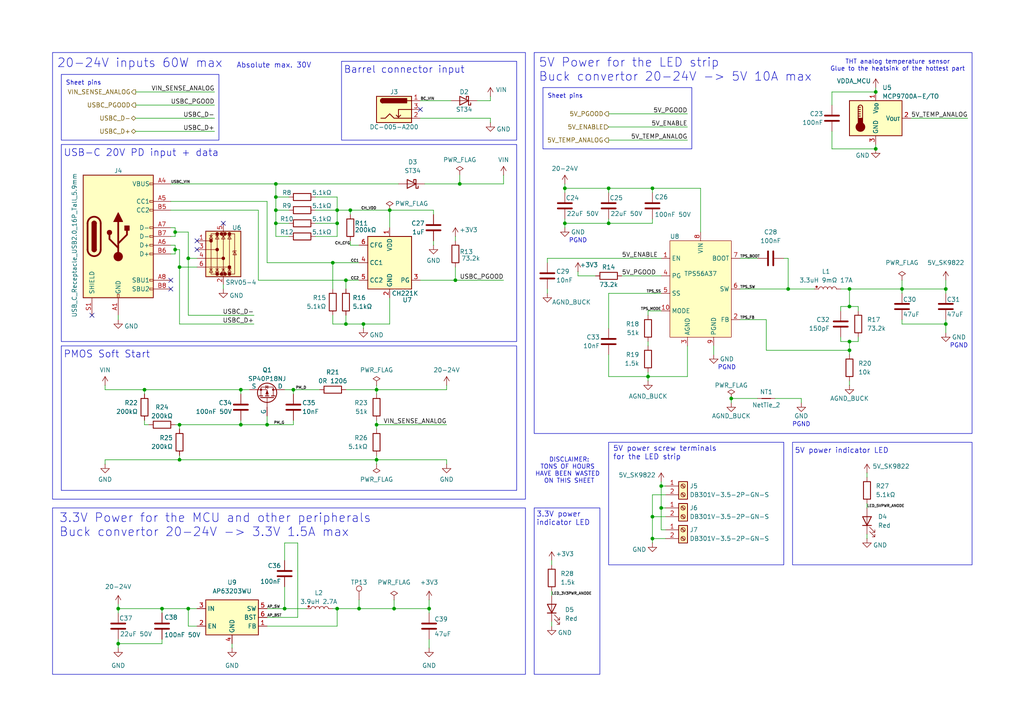
<source format=kicad_sch>
(kicad_sch (version 20250114) (generator "eeschema") (generator_version "9.0")
  (paper "A4")
  (rectangle (start 15.24 15.24) (end 152.4 144.78))
  (rectangle (start 99.06 17.78) (end 149.86 40.64))
  (rectangle (start 229.87 128.27) (end 281.94 163.83))
  (rectangle (start 17.78 41.91) (end 149.86 99.06))
  (rectangle (start 17.78 21.59) (end 63.5 40.64))
  (rectangle (start 15.24 147.32) (end 152.4 195.58))
  (rectangle (start 154.94 15.24) (end 281.94 125.73))
  (rectangle (start 154.94 147.32) (end 173.99 195.58))
  (rectangle (start 17.78 100.33) (end 149.86 142.24))
  (rectangle (start 157.48 25.4) (end 200.66 43.18))
  (rectangle (start 176.53 128.27) (end 227.33 163.83))
  (text "Absolute max. 30V" (at 68.58 19.05 0) (effects (font (size 1.524 1.524)) (justify left)))
  (text "3.3V Power for the MCU and other peripherals\nBuck convertor 20-24V -> 3.3V 1.5A max" (at 17.145 152.4 0) (effects (font (size 2.54 2.54)) (justify left)))
  (text "PGND" (at 278.13 100.33 0) (effects (font (size 1.27 1.27))))
  (text "5V power indicator LED" (at 230.505 130.81 0) (effects (font (size 1.524 1.524)) (justify left)))
  (text "Sheet pins" (at 158.75 27.94 0) (effects (font (size 1.27 1.27)) (justify left)))
  (text "PMOS Soft Start" (at 18.415 102.87 0) (effects (font (size 2.032 2.032)) (justify left)))
  (text "PGND" (at 232.41 123.19 0) (effects (font (size 1.27 1.27))))
  (text "3.3V power \nindicator LED" (at 155.575 150.495 0) (effects (font (size 1.524 1.524)) (justify left)))
  (text "20-24V inputs 60W max" (at 16.51 18.415 0) (effects (font (size 2.54 2.54)) (justify left)))
  (text "Barrel connector input" (at 99.695 20.32 0) (effects (font (size 2.032 2.032)) (justify left)))
  (text "THT analog temperature sensor\nGlue to the heatsink of the hottest part" (at 260.35 19.05 0) (effects (font (size 1.27 1.27))))
  (text "5V Power for the LED strip\nBuck convertor 20-24V -> 5V 10A max" (at 156.21 20.32 0) (effects (font (size 2.54 2.54)) (justify left)))
  (text "PGND" (at 167.64 69.85 0) (effects (font (size 1.27 1.27))))
  (text "Sheet pins" (at 19.05 24.13 0) (effects (font (size 1.27 1.27)) (justify left)))
  (text "USB-C 20V PD input + data" (at 18.415 44.45 0) (effects (font (size 2.032 2.032)) (justify left)))
  (text "DISCLAIMER:\nTONS OF HOURS \nHAVE BEEN WASTED \nON THIS SHEET" (at 165.1 136.525 0) (effects (font (size 1.27 1.27))))
  (text "PGND" (at 210.82 106.68 0) (effects (font (size 1.27 1.27))))
  (text "5V power screw terminals \nfor the LED strip" (at 177.8 131.445 0) (effects (font (size 1.524 1.524)) (justify left)))
  (junction (at 133.35 53.34))
  (junction (at 191.77 147.32))
  (junction (at 97.79 64.77))
  (junction (at 80.01 53.34))
  (junction (at 212.09 115.57))
  (junction (at 189.23 54.61))
  (junction (at 187.96 109.22))
  (junction (at 41.91 113.03))
  (junction (at 109.22 113.03))
  (junction (at 176.53 64.77))
  (junction (at 113.03 60.96))
  (junction (at 124.46 176.53))
  (junction (at 104.14 176.53))
  (junction (at 85.09 113.03))
  (junction (at 80.01 64.77))
  (junction (at 54.61 176.53))
  (junction (at 100.33 93.98))
  (junction (at 82.55 176.53))
  (junction (at 163.83 54.61))
  (junction (at 132.08 81.28))
  (junction (at 274.32 83.82))
  (junction (at 228.6 83.82))
  (junction (at 80.01 60.96))
  (junction (at 274.32 93.98))
  (junction (at 54.61 74.93))
  (junction (at 109.22 123.19))
  (junction (at 246.38 101.6))
  (junction (at 191.77 140.97))
  (junction (at 69.85 113.03))
  (junction (at 254 43.18))
  (junction (at 50.8 67.31))
  (junction (at 34.29 176.53))
  (junction (at 254 26.67))
  (junction (at 46.99 176.53))
  (junction (at 80.01 57.15))
  (junction (at 101.6 60.96))
  (junction (at 246.38 88.9))
  (junction (at 52.07 123.19))
  (junction (at 100.33 81.28))
  (junction (at 163.83 64.77))
  (junction (at 189.23 156.21))
  (junction (at 97.79 60.96))
  (junction (at 246.38 83.82))
  (junction (at 50.8 72.39))
  (junction (at 69.85 123.19))
  (junction (at 96.52 76.2))
  (junction (at 109.22 133.35))
  (junction (at 246.38 99.06))
  (junction (at 176.53 54.61))
  (junction (at 114.3 176.53))
  (junction (at 52.07 77.47))
  (junction (at 97.79 176.53))
  (junction (at 34.29 186.69))
  (junction (at 105.41 93.98))
  (junction (at 52.07 133.35))
  (junction (at 77.47 123.19))
  (junction (at 189.23 149.86))
  (junction (at 261.62 83.82))
  (no_connect (at 57.15 69.85))
  (no_connect (at 26.67 91.44))
  (no_connect (at 49.53 83.82))
  (no_connect (at 121.92 31.75))
  (no_connect (at 64.77 64.77))
  (no_connect (at 57.15 72.39))
  (no_connect (at 49.53 81.28))
  (wire (pts (xy 261.62 83.82) (xy 274.32 83.82)))
  (wire (pts (xy 41.91 113.03) (xy 69.85 113.03)))
  (wire (pts (xy 50.8 72.39) (xy 52.07 72.39)))
  (wire (pts (xy 241.3 38.1) (xy 241.3 43.18)))
  (wire (pts (xy 167.64 80.01) (xy 172.72 80.01)))
  (wire (pts (xy 193.04 143.51) (xy 189.23 143.51)))
  (wire (pts (xy 222.25 92.71) (xy 214.63 92.71)))
  (wire (pts (xy 176.53 64.77) (xy 189.23 64.77)))
  (wire (pts (xy 109.22 113.03) (xy 129.54 113.03)))
  (wire (pts (xy 54.61 176.53) (xy 57.15 176.53)))
  (wire (pts (xy 109.22 133.35) (xy 129.54 133.35)))
  (wire (pts (xy 97.79 176.53) (xy 104.14 176.53)))
  (wire (pts (xy 34.29 91.44) (xy 34.29 92.71)))
  (wire (pts (xy 114.3 176.53) (xy 124.46 176.53)))
  (wire (pts (xy 52.07 77.47) (xy 57.15 77.47)))
  (wire (pts (xy 109.22 132.08) (xy 109.22 133.35)))
  (wire (pts (xy 228.6 83.82) (xy 236.22 83.82)))
  (wire (pts (xy 132.08 68.58) (xy 132.08 69.85)))
  (wire (pts (xy 264.16 34.29) (xy 280.67 34.29)))
  (wire (pts (xy 80.01 53.34) (xy 80.01 57.15)))
  (wire (pts (xy 91.44 60.96) (xy 97.79 60.96)))
  (wire (pts (xy 274.32 81.28) (xy 274.32 83.82)))
  (wire (pts (xy 246.38 88.9) (xy 248.92 88.9)))
  (wire (pts (xy 222.25 101.6) (xy 222.25 92.71)))
  (wire (pts (xy 54.61 181.61) (xy 54.61 176.53)))
  (wire (pts (xy 246.38 99.06) (xy 243.84 99.06)))
  (wire (pts (xy 232.41 115.57) (xy 232.41 116.84)))
  (wire (pts (xy 80.01 64.77) (xy 83.82 64.77)))
  (wire (pts (xy 222.25 101.6) (xy 246.38 101.6)))
  (wire (pts (xy 97.79 57.15) (xy 91.44 57.15)))
  (wire (pts (xy 199.39 109.22) (xy 187.96 109.22)))
  (wire (pts (xy 54.61 67.31) (xy 54.61 74.93)))
  (wire (pts (xy 163.83 64.77) (xy 176.53 64.77)))
  (wire (pts (xy 109.22 133.35) (xy 109.22 134.62)))
  (wire (pts (xy 246.38 83.82) (xy 261.62 83.82)))
  (wire (pts (xy 49.53 60.96) (xy 74.93 60.96)))
  (wire (pts (xy 187.96 90.17) (xy 191.77 90.17)))
  (wire (pts (xy 96.52 76.2) (xy 96.52 83.82)))
  (wire (pts (xy 191.77 153.67) (xy 193.04 153.67)))
  (wire (pts (xy 241.3 26.67) (xy 254 26.67)))
  (wire (pts (xy 104.14 176.53) (xy 114.3 176.53)))
  (wire (pts (xy 50.8 66.04) (xy 50.8 67.31)))
  (wire (pts (xy 176.53 85.09) (xy 191.77 85.09)))
  (wire (pts (xy 158.75 83.82) (xy 158.75 85.09)))
  (wire (pts (xy 261.62 83.82) (xy 261.62 85.09)))
  (wire (pts (xy 46.99 176.53) (xy 46.99 177.8)))
  (wire (pts (xy 86.36 157.48) (xy 86.36 179.07)))
  (wire (pts (xy 191.77 147.32) (xy 193.04 147.32)))
  (wire (pts (xy 52.07 132.08) (xy 52.07 133.35)))
  (wire (pts (xy 52.07 93.98) (xy 73.66 93.98)))
  (wire (pts (xy 146.05 50.8) (xy 146.05 53.34)))
  (wire (pts (xy 39.37 34.29) (xy 62.23 34.29)))
  (wire (pts (xy 243.84 97.79) (xy 243.84 99.06)))
  (wire (pts (xy 97.79 68.58) (xy 97.79 64.77)))
  (wire (pts (xy 39.37 38.1) (xy 62.23 38.1)))
  (wire (pts (xy 91.44 64.77) (xy 97.79 64.77)))
  (wire (pts (xy 191.77 139.7) (xy 191.77 140.97)))
  (wire (pts (xy 104.14 81.28) (xy 100.33 81.28)))
  (wire (pts (xy 246.38 110.49) (xy 246.38 111.76)))
  (wire (pts (xy 189.23 143.51) (xy 189.23 149.86)))
  (wire (pts (xy 109.22 113.03) (xy 109.22 114.3)))
  (wire (pts (xy 80.01 60.96) (xy 83.82 60.96)))
  (wire (pts (xy 82.55 157.48) (xy 82.55 162.56)))
  (wire (pts (xy 224.79 115.57) (xy 232.41 115.57)))
  (wire (pts (xy 69.85 123.19) (xy 77.47 123.19)))
  (wire (pts (xy 82.55 170.18) (xy 82.55 176.53)))
  (wire (pts (xy 176.53 109.22) (xy 187.96 109.22)))
  (wire (pts (xy 50.8 67.31) (xy 50.8 68.58)))
  (wire (pts (xy 187.96 109.22) (xy 187.96 110.49)))
  (wire (pts (xy 97.79 181.61) (xy 77.47 181.61)))
  (wire (pts (xy 121.92 34.29) (xy 142.24 34.29)))
  (wire (pts (xy 80.01 57.15) (xy 83.82 57.15)))
  (wire (pts (xy 212.09 115.57) (xy 219.71 115.57)))
  (wire (pts (xy 199.39 100.33) (xy 199.39 109.22)))
  (wire (pts (xy 214.63 74.93) (xy 219.71 74.93)))
  (wire (pts (xy 187.96 99.06) (xy 187.96 100.33)))
  (wire (pts (xy 113.03 60.96) (xy 113.03 66.04)))
  (wire (pts (xy 248.92 97.79) (xy 248.92 99.06)))
  (wire (pts (xy 69.85 121.92) (xy 69.85 123.19)))
  (wire (pts (xy 49.53 73.66) (xy 50.8 73.66)))
  (wire (pts (xy 34.29 185.42) (xy 34.29 186.69)))
  (wire (pts (xy 101.6 71.12) (xy 104.14 71.12)))
  (wire (pts (xy 57.15 181.61) (xy 54.61 181.61)))
  (wire (pts (xy 96.52 91.44) (xy 96.52 93.98)))
  (wire (pts (xy 52.07 72.39) (xy 52.07 77.47)))
  (wire (pts (xy 189.23 156.21) (xy 189.23 157.48)))
  (wire (pts (xy 77.47 176.53) (xy 82.55 176.53)))
  (wire (pts (xy 243.84 90.17) (xy 243.84 88.9)))
  (wire (pts (xy 207.01 100.33) (xy 207.01 102.87)))
  (wire (pts (xy 132.08 81.28) (xy 146.05 81.28)))
  (wire (pts (xy 189.23 54.61) (xy 189.23 55.88)))
  (wire (pts (xy 160.02 162.56) (xy 160.02 163.83)))
  (wire (pts (xy 248.92 99.06) (xy 246.38 99.06)))
  (wire (pts (xy 104.14 173.99) (xy 104.14 176.53)))
  (wire (pts (xy 34.29 175.26) (xy 34.29 176.53)))
  (wire (pts (xy 212.09 116.84) (xy 212.09 115.57)))
  (wire (pts (xy 187.96 107.95) (xy 187.96 109.22)))
  (wire (pts (xy 39.37 26.67) (xy 62.23 26.67)))
  (wire (pts (xy 74.93 60.96) (xy 74.93 81.28)))
  (wire (pts (xy 30.48 111.76) (xy 30.48 113.03)))
  (wire (pts (xy 163.83 54.61) (xy 176.53 54.61)))
  (wire (pts (xy 113.03 93.98) (xy 113.03 86.36)))
  (wire (pts (xy 129.54 133.35) (xy 129.54 134.62)))
  (wire (pts (xy 246.38 99.06) (xy 246.38 101.6)))
  (wire (pts (xy 191.77 147.32) (xy 191.77 153.67)))
  (wire (pts (xy 30.48 133.35) (xy 52.07 133.35)))
  (wire (pts (xy 191.77 140.97) (xy 191.77 147.32)))
  (wire (pts (xy 67.31 186.69) (xy 67.31 187.96)))
  (wire (pts (xy 254 41.91) (xy 254 43.18)))
  (wire (pts (xy 123.19 53.34) (xy 133.35 53.34)))
  (wire (pts (xy 72.39 113.03) (xy 69.85 113.03)))
  (wire (pts (xy 133.35 50.8) (xy 133.35 53.34)))
  (wire (pts (xy 176.53 33.02) (xy 199.39 33.02)))
  (wire (pts (xy 64.77 82.55) (xy 64.77 83.82)))
  (wire (pts (xy 50.8 123.19) (xy 52.07 123.19)))
  (wire (pts (xy 101.6 60.96) (xy 101.6 62.23)))
  (wire (pts (xy 132.08 77.47) (xy 132.08 81.28)))
  (wire (pts (xy 109.22 123.19) (xy 129.54 123.19)))
  (wire (pts (xy 105.41 93.98) (xy 113.03 93.98)))
  (wire (pts (xy 176.53 40.64) (xy 199.39 40.64)))
  (wire (pts (xy 176.53 54.61) (xy 189.23 54.61)))
  (wire (pts (xy 129.54 111.76) (xy 129.54 113.03)))
  (wire (pts (xy 34.29 186.69) (xy 34.29 187.96)))
  (wire (pts (xy 34.29 177.8) (xy 34.29 176.53)))
  (wire (pts (xy 124.46 185.42) (xy 124.46 187.96)))
  (wire (pts (xy 176.53 54.61) (xy 176.53 55.88)))
  (wire (pts (xy 85.09 113.03) (xy 92.71 113.03)))
  (wire (pts (xy 163.83 64.77) (xy 163.83 66.04)))
  (wire (pts (xy 163.83 63.5) (xy 163.83 64.77)))
  (wire (pts (xy 138.43 29.21) (xy 142.24 29.21)))
  (wire (pts (xy 34.29 176.53) (xy 46.99 176.53)))
  (wire (pts (xy 101.6 60.96) (xy 113.03 60.96)))
  (wire (pts (xy 54.61 74.93) (xy 54.61 91.44)))
  (wire (pts (xy 77.47 179.07) (xy 86.36 179.07)))
  (wire (pts (xy 91.44 68.58) (xy 97.79 68.58)))
  (wire (pts (xy 97.79 60.96) (xy 101.6 60.96)))
  (wire (pts (xy 121.92 29.21) (xy 130.81 29.21)))
  (wire (pts (xy 227.33 74.93) (xy 228.6 74.93)))
  (wire (pts (xy 243.84 83.82) (xy 246.38 83.82)))
  (wire (pts (xy 96.52 176.53) (xy 97.79 176.53)))
  (wire (pts (xy 52.07 123.19) (xy 52.07 124.46)))
  (wire (pts (xy 246.38 101.6) (xy 246.38 102.87)))
  (wire (pts (xy 163.83 53.34) (xy 163.83 54.61)))
  (wire (pts (xy 248.92 88.9) (xy 248.92 90.17)))
  (wire (pts (xy 52.07 77.47) (xy 52.07 93.98)))
  (wire (pts (xy 193.04 140.97) (xy 191.77 140.97)))
  (wire (pts (xy 142.24 29.21) (xy 142.24 27.94)))
  (wire (pts (xy 39.37 30.48) (xy 62.23 30.48)))
  (wire (pts (xy 125.73 69.85) (xy 125.73 71.12)))
  (wire (pts (xy 189.23 156.21) (xy 193.04 156.21)))
  (wire (pts (xy 189.23 63.5) (xy 189.23 64.77)))
  (wire (pts (xy 176.53 63.5) (xy 176.53 64.77)))
  (wire (pts (xy 246.38 83.82) (xy 246.38 88.9)))
  (wire (pts (xy 158.75 74.93) (xy 158.75 76.2)))
  (wire (pts (xy 176.53 102.87) (xy 176.53 109.22)))
  (wire (pts (xy 54.61 74.93) (xy 57.15 74.93)))
  (wire (pts (xy 80.01 68.58) (xy 83.82 68.58)))
  (wire (pts (xy 109.22 121.92) (xy 109.22 123.19)))
  (wire (pts (xy 261.62 92.71) (xy 261.62 93.98)))
  (wire (pts (xy 97.79 64.77) (xy 97.79 60.96)))
  (wire (pts (xy 105.41 93.98) (xy 105.41 95.25)))
  (wire (pts (xy 77.47 76.2) (xy 96.52 76.2)))
  (wire (pts (xy 251.46 137.16) (xy 251.46 138.43)))
  (wire (pts (xy 80.01 60.96) (xy 80.01 64.77)))
  (wire (pts (xy 251.46 146.05) (xy 251.46 147.32)))
  (wire (pts (xy 228.6 83.82) (xy 228.6 74.93)))
  (wire (pts (xy 214.63 83.82) (xy 228.6 83.82)))
  (wire (pts (xy 109.22 111.76) (xy 109.22 113.03)))
  (wire (pts (xy 160.02 171.45) (xy 160.02 172.72)))
  (wire (pts (xy 124.46 173.99) (xy 124.46 176.53)))
  (wire (pts (xy 54.61 91.44) (xy 73.66 91.44)))
  (wire (pts (xy 251.46 154.94) (xy 251.46 156.21)))
  (wire (pts (xy 176.53 36.83) (xy 199.39 36.83)))
  (wire (pts (xy 82.55 157.48) (xy 86.36 157.48)))
  (wire (pts (xy 49.53 66.04) (xy 50.8 66.04)))
  (wire (pts (xy 100.33 113.03) (xy 109.22 113.03)))
  (wire (pts (xy 113.03 60.96) (xy 125.73 60.96)))
  (wire (pts (xy 50.8 67.31) (xy 54.61 67.31)))
  (wire (pts (xy 80.01 64.77) (xy 80.01 68.58)))
  (wire (pts (xy 254 25.4) (xy 254 26.67)))
  (wire (pts (xy 163.83 54.61) (xy 163.83 55.88)))
  (wire (pts (xy 167.64 78.74) (xy 167.64 80.01)))
  (wire (pts (xy 41.91 123.19) (xy 43.18 123.19)))
  (wire (pts (xy 114.3 173.99) (xy 114.3 176.53)))
  (wire (pts (xy 121.92 81.28) (xy 132.08 81.28)))
  (wire (pts (xy 261.62 81.28) (xy 261.62 83.82)))
  (wire (pts (xy 46.99 176.53) (xy 54.61 176.53)))
  (wire (pts (xy 80.01 53.34) (xy 115.57 53.34)))
  (wire (pts (xy 50.8 71.12) (xy 50.8 72.39)))
  (wire (pts (xy 52.07 133.35) (xy 109.22 133.35)))
  (wire (pts (xy 85.09 121.92) (xy 85.09 123.19)))
  (wire (pts (xy 30.48 113.03) (xy 41.91 113.03)))
  (wire (pts (xy 49.53 53.34) (xy 80.01 53.34)))
  (wire (pts (xy 74.93 81.28) (xy 100.33 81.28)))
  (wire (pts (xy 97.79 176.53) (xy 97.79 181.61)))
  (wire (pts (xy 30.48 134.62) (xy 30.48 133.35)))
  (wire (pts (xy 125.73 62.23) (xy 125.73 60.96)))
  (wire (pts (xy 100.33 81.28) (xy 100.33 83.82)))
  (wire (pts (xy 49.53 71.12) (xy 50.8 71.12)))
  (wire (pts (xy 241.3 30.48) (xy 241.3 26.67)))
  (wire (pts (xy 189.23 149.86) (xy 189.23 156.21)))
  (wire (pts (xy 180.34 80.01) (xy 191.77 80.01)))
  (wire (pts (xy 100.33 91.44) (xy 100.33 93.98)))
  (wire (pts (xy 189.23 149.86) (xy 193.04 149.86)))
  (wire (pts (xy 133.35 53.34) (xy 146.05 53.34)))
  (wire (pts (xy 52.07 123.19) (xy 69.85 123.19)))
  (wire (pts (xy 189.23 54.61) (xy 203.2 54.61)))
  (wire (pts (xy 160.02 180.34) (xy 160.02 181.61)))
  (wire (pts (xy 142.24 34.29) (xy 142.24 35.56)))
  (wire (pts (xy 109.22 123.19) (xy 109.22 124.46)))
  (wire (pts (xy 158.75 74.93) (xy 191.77 74.93)))
  (wire (pts (xy 82.55 113.03) (xy 85.09 113.03)))
  (wire (pts (xy 203.2 54.61) (xy 203.2 67.31)))
  (wire (pts (xy 41.91 121.92) (xy 41.91 123.19)))
  (wire (pts (xy 85.09 114.3) (xy 85.09 113.03)))
  (wire (pts (xy 100.33 93.98) (xy 105.41 93.98)))
  (wire (pts (xy 50.8 72.39) (xy 50.8 73.66)))
  (wire (pts (xy 241.3 43.18) (xy 254 43.18)))
  (wire (pts (xy 77.47 120.65) (xy 77.47 123.19)))
  (wire (pts (xy 82.55 176.53) (xy 88.9 176.53)))
  (wire (pts (xy 274.32 92.71) (xy 274.32 93.98)))
  (wire (pts (xy 274.32 83.82) (xy 274.32 85.09)))
  (wire (pts (xy 49.53 58.42) (xy 77.47 58.42)))
  (wire (pts (xy 69.85 113.03) (xy 69.85 114.3)))
  (wire (pts (xy 96.52 93.98) (xy 100.33 93.98)))
  (wire (pts (xy 101.6 69.85) (xy 101.6 71.12)))
  (wire (pts (xy 41.91 113.03) (xy 41.91 114.3)))
  (wire (pts (xy 80.01 57.15) (xy 80.01 60.96)))
  (wire (pts (xy 49.53 68.58) (xy 50.8 68.58)))
  (wire (pts (xy 124.46 176.53) (xy 124.46 177.8)))
  (wire (pts (xy 274.32 93.98) (xy 274.32 96.52)))
  (wire (pts (xy 243.84 88.9) (xy 246.38 88.9)))
  (wire (pts (xy 187.96 91.44) (xy 187.96 90.17)))
  (wire (pts (xy 34.29 186.69) (xy 46.99 186.69)))
  (wire (pts (xy 77.47 123.19) (xy 85.09 123.19)))
  (wire (pts (xy 77.47 58.42) (xy 77.47 76.2)))
  (wire (pts (xy 261.62 93.98) (xy 274.32 93.98)))
  (wire (pts (xy 176.53 95.25) (xy 176.53 85.09)))
  (wire (pts (xy 104.14 76.2) (xy 96.52 76.2)))
  (wire (pts (xy 97.79 60.96) (xy 97.79 57.15)))
  (wire (pts (xy 46.99 185.42) (xy 46.99 186.69)))
  (label "AP_BST" (at 77.47 179.07 0) (effects (font (size 0.762 0.762))))
  (label "5V_ENABLE" (at 180.34 74.93 0))
  (label "USBC_PGOOD" (at 62.23 30.48 180))
  (label "5V_PGOOD" (at 180.34 80.01 0))
  (label "USBC_D-" (at 62.23 34.29 180))
  (label "TPS_SS" (at 191.77 85.09 180) (effects (font (size 0.762 0.762))))
  (label "5V_TEMP_ANALOG" (at 280.67 34.29 180))
  (label "VIN_SENSE_ANALOG" (at 129.54 123.19 180))
  (label "BC_VIN" (at 121.92 29.21 0) (effects (font (size 0.762 0.762))))
  (label "USBC_D+" (at 73.66 93.98 180))
  (label "TPS_SW" (at 214.63 83.82 0) (effects (font (size 0.762 0.762))))
  (label "TPS_MODE" (at 191.77 90.17 180) (effects (font (size 0.762 0.762))))
  (label "CH_VDD" (at 109.22 60.96 180) (effects (font (size 0.762 0.762))))
  (label "5V_PGOOD" (at 199.39 33.02 180))
  (label "AP_SW" (at 77.47 176.53 0) (effects (font (size 0.762 0.762))))
  (label "CC2" (at 104.14 81.28 180) (effects (font (size 0.762 0.762))))
  (label "5V_ENABLE" (at 199.39 36.83 180))
  (label "USBC_D+" (at 62.23 38.1 180))
  (label "LED_5VPWR_ANODE" (at 251.46 147.32 0) (effects (font (size 0.762 0.762))))
  (label "USBC_VIN" (at 49.53 53.34 0) (effects (font (size 0.762 0.762))))
  (label "USBC_PGOOD" (at 146.05 81.28 180))
  (label "LED_3V3PWR_ANODE" (at 160.02 172.72 0) (effects (font (size 0.762 0.762))))
  (label "PM_D" (at 88.9 113.03 180) (effects (font (size 0.762 0.762))))
  (label "USBC_D-" (at 73.66 91.44 180))
  (label "5V_TEMP_ANALOG" (at 199.39 40.64 180))
  (label "PM_G" (at 82.55 123.19 180) (effects (font (size 0.762 0.762))))
  (label "VIN_SENSE_ANALOG" (at 62.23 26.67 180))
  (label "TPS_BOOT" (at 214.63 74.93 0) (effects (font (size 0.762 0.762))))
  (label "CH_CFG" (at 101.6 71.12 180) (effects (font (size 0.762 0.762))))
  (label "TPS_FB" (at 214.63 92.71 0) (effects (font (size 0.762 0.762))))
  (label "CC1" (at 104.14 76.2 180) (effects (font (size 0.762 0.762))))
  (hierarchical_label "USBC_D-" (shape bidirectional) (at 39.37 34.29 180))
  (hierarchical_label "USBC_D+" (shape bidirectional) (at 39.37 38.1 180))
  (hierarchical_label "5V_TEMP_ANALOG" (shape output) (at 176.53 40.64 180))
  (hierarchical_label "5V_ENABLE" (shape input) (at 176.53 36.83 180))
  (hierarchical_label "USBC_PGOOD" (shape output) (at 39.37 30.48 180))
  (hierarchical_label "5V_PGOOD" (shape output) (at 176.53 33.02 180))
  (hierarchical_label "VIN_SENSE_ANALOG" (shape output) (at 39.37 26.67 180))
  (symbol (lib_id "AV_Resistors:0402WGF5101TCE") (at 87.63 57.15 90) (unit 1)
    (property "Reference" "R8" (at 83.185 55.88 90))
    (property "Value" "5.1kΩ" (at 93.345 55.88 90))
    (property "Footprint" "Resistor_SMD:R_0402_1005Metric" (effects (hide yes)))
    (property "Description" "RES 5.1kΩ ±1% 62.5mW 0402" (effects (hide yes)))
    (property "LCSC" "C25905" (effects (hide yes)))
  )
  (symbol (lib_id "AV_Power:VIN") (at 142.24 27.94 0) (unit 1)
    (property "Reference" "#PWR042" (effects (hide yes)))
    (property "Value" "VIN" (at 145.415 26.035 0))
  )
  (symbol (lib_id "AV_Capacitors:CL05B104KB54PNC") (at 189.23 59.69 0) (unit 1)
    (property "Reference" "C26" (at 189.865 57.15 0) (effects (justify left)))
    (property "Value" "100nF 50V" (at 189.865 62.23 0) (effects (justify left)))
    (property "Footprint" "Capacitor_SMD:C_0402_1005Metric" (effects (hide yes)))
    (property "Description" "CAP CER 100nF 50V X7R ±10% 0402" (effects (hide yes)))
    (property "LCSC" "C307331" (effects (hide yes)))
  )
  (symbol (lib_id "power:GND") (at 125.73 71.12 0) (unit 1)
    (property "Reference" "#PWR049" (effects (hide yes)))
    (property "Value" "GND" (at 125.73 75.565 0))
    (property "Description" "Power symbol creates a global label with name \"GND\" , ground" (effects (hide yes)))
  )
  (symbol (lib_id "power:GND") (at 254 43.18 0) (unit 1)
    (property "Reference" "#PWR044" (effects (hide yes)))
    (property "Value" "GND" (at 250.19 45.085 0))
    (property "Description" "Power symbol creates a global label with name \"GND\" , ground" (effects (hide yes)))
  )
  (symbol (lib_id "AV_Capacitors:CL05A105KA5NQNC") (at 125.73 66.04 0) (mirror y) (unit 1)
    (property "Reference" "C27" (at 123.19 64.77 0) (effects (justify left)))
    (property "Value" "1uF" (at 123.19 67.31 0) (effects (justify left)))
    (property "Footprint" "Capacitor_SMD:C_0402_1005Metric" (effects (hide yes)))
    (property "Description" "CAP CER 1uF 25V X5R 0402" (effects (hide yes)))
    (property "LCSC" "C52923" (effects (hide yes)))
  )
  (symbol (lib_id "power:GND") (at 129.54 134.62 0) (unit 1)
    (property "Reference" "#PWR065" (effects (hide yes)))
    (property "Value" "GND" (at 129.54 139.065 0))
    (property "Description" "Power symbol creates a global label with name \"GND\" , ground" (effects (hide yes)))
  )
  (symbol (lib_id "AV_Connectors:DB301V-3.5-2P-GN-S") (at 198.12 153.67 0) (unit 1)
    (property "Reference" "J7" (at 200.025 153.67 0) (effects (justify left)))
    (property "Value" "DB301V-3.5-2P-GN-S" (at 200.025 156.21 0) (effects (justify left)))
    (property "Footprint" "AV_CONNECTORS:TerminalBlock_4Ucon_1x02_P3.50mm_Horizontal" (effects (hide yes)))
    (property "Datasheet" "https://jlcpcb.com/api/file/downloadByFileSystemAccessId/8588892968267104256" (effects (hide yes)))
    (property "Description" "Screw Terminal 2P 3.5mm 300V 7A Green M2 Through Hole -40℃~+105℃ 1x2P 2 Plugin,P=3.5mm Blocks ROHS" (effects (hide yes)))
    (property "LCSC" "C695629" (effects (hide yes)))
  )
  (symbol (lib_id "Device:NetTie_2") (at 222.25 115.57 0) (unit 1) (in_bom no)
    (property "Reference" "NT1" (at 222.25 113.665 0))
    (property "Value" "NetTie_2" (at 222.25 117.475 0))
    (property "Footprint" "NetTie:NetTie-2_SMD_Pad0.5mm" (effects (hide yes)))
    (property "Description" "Net tie, 2 pins" (effects (hide yes)))
  )
  (symbol (lib_id "AV_Power:20-24V") (at 163.83 53.34 0) (unit 1)
    (property "Reference" "#PWR046" (effects (hide yes)))
    (property "Value" "20-24V" (at 163.83 48.895 0))
    (property "Description" "Power symbol creates a global label with name \"+24V\"" (effects (hide yes)))
  )
  (symbol (lib_id "AV_Power:AGND_BUCK") (at 212.09 116.84 0) (unit 1)
    (property "Reference" "#PWR062" (effects (hide yes)))
    (property "Value" "AGND_BUCK" (at 212.09 120.65 0))
    (property "Description" "Power symbol creates a global label with name \"GND\" , ground" (effects (hide yes)))
  )
  (symbol (lib_id "AV_Power:5V_SK9822") (at 274.32 81.28 0) (unit 1)
    (property "Reference" "#PWR051" (effects (hide yes)))
    (property "Value" "5V_SK9822" (at 274.32 76.2 0))
  )
  (symbol (lib_id "AV_Resistors:0402WGF7322TCE") (at 132.08 73.66 0) (mirror x) (unit 1)
    (property "Reference" "R13" (at 135.255 73.025 0))
    (property "Value" "73.2k" (at 136.525 74.93 0))
    (property "Footprint" "Resistor_SMD:R_0402_1005Metric" (effects (hide yes)))
    (property "Description" "RES 73.2kΩ ±1% 62.5mW 0402" (effects (hide yes)))
    (property "LCSC" "C26986" (effects (hide yes)))
  )
  (symbol (lib_id "AV_Resistors:0402WGF5101TCE") (at 87.63 64.77 90) (unit 1)
    (property "Reference" "R10" (at 83.185 63.5 90))
    (property "Value" "5.1kΩ" (at 93.345 63.5 90))
    (property "Footprint" "Resistor_SMD:R_0402_1005Metric" (effects (hide yes)))
    (property "Description" "RES 5.1kΩ ±1% 62.5mW 0402" (effects (hide yes)))
    (property "LCSC" "C25905" (effects (hide yes)))
  )
  (symbol (lib_id "AV_Capacitors:CL05B104KB54PNC") (at 69.85 118.11 0) (unit 1)
    (property "Reference" "C34" (at 67.31 116.84 0) (effects (justify right)))
    (property "Value" "100nF 50V" (at 67.31 119.38 0) (effects (justify right)))
    (property "Footprint" "Capacitor_SMD:C_0402_1005Metric" (effects (hide yes)))
    (property "Description" "CAP CER 100nF 50V X7R ±10% 0402" (effects (hide yes)))
    (property "LCSC" "C307331" (effects (hide yes)))
  )
  (symbol (lib_id "AV_Resistors:0402WGF5101TCE") (at 100.33 87.63 0) (unit 1)
    (property "Reference" "R16" (at 102.235 86.36 0) (effects (justify left)))
    (property "Value" "5.1kΩ" (at 102.235 88.9 0) (effects (justify left)))
    (property "Footprint" "Resistor_SMD:R_0402_1005Metric" (effects (hide yes)))
    (property "Description" "RES 5.1kΩ ±1% 62.5mW 0402" (effects (hide yes)))
    (property "LCSC" "C25905" (effects (hide yes)))
  )
  (symbol (lib_id "power:+3V3") (at 132.08 68.58 0) (mirror y) (unit 1)
    (property "Reference" "#PWR048" (effects (hide yes)))
    (property "Value" "+3V3" (at 135.89 66.675 0))
    (property "Description" "Power symbol creates a global label with name \"+3V3\"" (effects (hide yes)))
  )
  (symbol (lib_id "AV_Resistors:0402WGF5102TCE") (at 187.96 95.25 0) (mirror y) (unit 1)
    (property "Reference" "R18" (at 185.42 93.9799 0) (effects (justify left)))
    (property "Value" "51k" (at 185.42 96.5199 0) (effects (justify left)))
    (property "Footprint" "Resistor_SMD:R_0402_1005Metric" (effects (hide yes)))
    (property "Description" "RES 51kΩ ±1% 62.5mW 0402" (effects (hide yes)))
    (property "LCSC" "C25794" (effects (hide yes)))
  )
  (symbol (lib_id "power:GND") (at 189.23 157.48 0) (unit 1)
    (property "Reference" "#PWR069" (effects (hide yes)))
    (property "Value" "GND" (at 185.42 159.385 0))
    (property "Description" "Power symbol creates a global label with name \"GND\" , ground" (effects (hide yes)))
  )
  (symbol (lib_id "AV_Connectors:DC-005-A200") (at 114.3 31.75 0) (unit 1)
    (property "Reference" "J3" (at 114.3 26.67 0))
    (property "Value" "DC-005-A200" (at 114.3 36.83 0))
    (property "Footprint" "AV_CONNECTORS:BarrelJack_DC-005-A200_Horizontal" (effects (hide yes)))
    (property "Datasheet" "https://jlcpcb.com/api/file/downloadByFileSystemAccessId/8588896245406842880" (effects (hide yes)))
    (property "Description" "DC Barrel Jack with an internal switch. 2mm 30V 3A 6.4mm DC Power Jack" (effects (hide yes)))
    (property "LCSC" "C720557" (effects (hide yes)))
  )
  (symbol (lib_id "AV_Power:20-24V") (at 34.29 175.26 0) (unit 1)
    (property "Reference" "#PWR072" (effects (hide yes)))
    (property "Value" "20-24V" (at 34.29 170.18 0))
    (property "Description" "Power symbol creates a global label with name \"+24V\"" (effects (hide yes)))
  )
  (symbol (lib_id "power:GND") (at 124.46 187.96 0) (unit 1)
    (property "Reference" "#PWR076" (effects (hide yes)))
    (property "Value" "GND" (at 124.46 193.04 0))
    (property "Description" "Power symbol creates a global label with name \"GND\" , ground" (effects (hide yes)))
  )
  (symbol (lib_id "AV_Power:VDDA_MCU") (at 254 25.4 0) (unit 1)
    (property "Reference" "#PWR041" (effects (hide yes)))
    (property "Value" "VDDA_MCU" (at 247.65 23.495 0))
  )
  (symbol (lib_id "power:PWR_FLAG") (at 133.35 50.8 0) (unit 1)
    (property "Reference" "#FLG03" (effects (hide yes)))
    (property "Value" "PWR_FLAG" (at 133.35 46.355 0))
    (property "Description" "Special symbol for telling ERC where power comes from" (effects (hide yes)))
  )
  (symbol (lib_id "AV_Power:20-24V") (at 129.54 111.76 0) (unit 1)
    (property "Reference" "#PWR060" (effects (hide yes)))
    (property "Value" "20-24V" (at 129.54 107.315 0))
    (property "Description" "Power symbol creates a global label with name \"+24V\"" (effects (hide yes)))
  )
  (symbol (lib_id "AV_Resistors:0402WGF5101TCE") (at 251.46 142.24 0) (unit 1)
    (property "Reference" "R27" (at 254 140.9699 0) (effects (justify left)))
    (property "Value" "5.1kΩ" (at 254 143.5099 0) (effects (justify left)))
    (property "Footprint" "Resistor_SMD:R_0402_1005Metric" (effects (hide yes)))
    (property "Description" "RES 5.1kΩ ±1% 62.5mW 0402" (effects (hide yes)))
    (property "LCSC" "C25905" (effects (hide yes)))
  )
  (symbol (lib_id "AV_Capacitors:CL05B104KO5NNNC") (at 82.55 166.37 0) (mirror y) (unit 1)
    (property "Reference" "C36" (at 81.534 164.084 0) (effects (justify left)))
    (property "Value" "100nF" (at 81.534 168.656 0) (effects (justify left)))
    (property "Footprint" "Capacitor_SMD:C_0402_1005Metric" (effects (hide yes)))
    (property "Description" "CAP CER 100nF 16V X7R 0402" (effects (hide yes)))
    (property "LCSC" "C1525" (effects (hide yes)))
  )
  (symbol (lib_id "AV_Resistors:0402WGF7322TCE") (at 176.53 80.01 90) (unit 1)
    (property "Reference" "R14" (at 176.53 77.47 90))
    (property "Value" "73.2k" (at 176.53 82.55 90))
    (property "Footprint" "Resistor_SMD:R_0402_1005Metric" (effects (hide yes)))
    (property "Description" "RES 73.2kΩ ±1% 62.5mW 0402" (effects (hide yes)))
    (property "LCSC" "C26986" (effects (hide yes)))
  )
  (symbol (lib_id "power:PWR_FLAG") (at 109.22 111.76 0) (unit 1)
    (property "Reference" "#FLG06" (effects (hide yes)))
    (property "Value" "PWR_FLAG" (at 109.22 107.315 0))
    (property "Description" "Special symbol for telling ERC where power comes from" (effects (hide yes)))
  )
  (symbol (lib_id "AV_Resistors:0402WGF5101TCE") (at 96.52 87.63 0) (mirror y) (unit 1)
    (property "Reference" "R15" (at 94.615 86.36 0) (effects (justify left)))
    (property "Value" "5.1kΩ" (at 94.615 88.9 0) (effects (justify left)))
    (property "Footprint" "Resistor_SMD:R_0402_1005Metric" (effects (hide yes)))
    (property "Description" "RES 5.1kΩ ±1% 62.5mW 0402" (effects (hide yes)))
    (property "LCSC" "C25905" (effects (hide yes)))
  )
  (symbol (lib_id "AV_Capacitors:CL05B104KO5NNNC") (at 223.52 74.93 90) (unit 1)
    (property "Reference" "C28" (at 223.52 67.31 90))
    (property "Value" "100nF" (at 223.52 69.85 90))
    (property "Footprint" "Capacitor_SMD:C_0402_1005Metric" (effects (hide yes)))
    (property "Description" "CAP CER 100nF 16V X7R 0402" (effects (hide yes)))
    (property "LCSC" "C1525" (effects (hide yes)))
  )
  (symbol (lib_id "AV_Resistors:0402WGF7322TCE") (at 248.92 93.98 0) (unit 1)
    (property "Reference" "R17" (at 251.46 92.7099 0) (effects (justify left)))
    (property "Value" "73.2k" (at 251.46 95.2499 0) (effects (justify left)))
    (property "Footprint" "Resistor_SMD:R_0402_1005Metric" (effects (hide yes)))
    (property "Description" "RES 73.2kΩ ±1% 62.5mW 0402" (effects (hide yes)))
    (property "LCSC" "C26986" (effects (hide yes)))
  )
  (symbol (lib_id "power:GND") (at 34.29 92.71 0) (unit 1)
    (property "Reference" "#PWR054" (effects (hide yes)))
    (property "Value" "GND" (at 38.1 94.615 0))
    (property "Description" "Power symbol creates a global label with name \"GND\" , ground" (effects (hide yes)))
  )
  (symbol (lib_id "AV_Diodes:KT-0603R") (at 251.46 151.13 90) (unit 1)
    (property "Reference" "D4" (at 254.635 149.86 90) (effects (justify right)))
    (property "Value" "Red" (at 254.635 152.4 90) (effects (justify right)))
    (property "Footprint" "LED_SMD:LED_0603_1608Metric" (effects (hide yes)))
    (property "Description" "LED RED 0603 20mA 2.3V" (effects (hide yes)))
    (property "Sim.Pins" "1=K 2=A" (effects (hide yes)))
    (property "LCSC" "C2286" (effects (hide yes)))
  )
  (symbol (lib_id "power:PWR_FLAG") (at 109.22 134.62 180) (unit 1)
    (property "Reference" "#FLG08" (effects (hide yes)))
    (property "Value" "PWR_FLAG" (at 109.22 139.065 0))
    (property "Description" "Special symbol for telling ERC where power comes from" (effects (hide yes)))
  )
  (symbol (lib_id "AV_Capacitors:CS3225X7R476K100NRL") (at 124.46 181.61 0) (unit 1)
    (property "Reference" "C39" (at 125.984 179.578 0) (effects (justify left)))
    (property "Value" "47uF" (at 125.984 183.896 0) (effects (justify left)))
    (property "Footprint" "Capacitor_SMD:C_1210_3225Metric" (effects (hide yes)))
    (property "Description" "CAP CER 47uF 10V X7R ±10% 1210" (effects (hide yes)))
    (property "LCSC" "C5189825" (effects (hide yes)))
  )
  (symbol (lib_id "AV_Power:AGND_BUCK") (at 158.75 85.09 0) (unit 1)
    (property "Reference" "#PWR053" (effects (hide yes)))
    (property "Value" "AGND_BUCK" (at 165.735 87.63 0))
    (property "Description" "Power symbol creates a global label with name \"GND\" , ground" (effects (hide yes)))
  )
  (symbol (lib_id "AV_Power:VIN") (at 30.48 111.76 0) (unit 1)
    (property "Reference" "#PWR059" (effects (hide yes)))
    (property "Value" "VIN" (at 30.48 107.315 0))
  )
  (symbol (lib_id "power:GND") (at 274.32 96.52 0) (unit 1)
    (property "Reference" "#PWR056" (effects (hide yes)))
    (property "Value" "GND" (at 278.13 97.79 0))
    (property "Description" "Power symbol creates a global label with name \"GND\" , ground" (effects (hide yes)))
  )
  (symbol (lib_id "AV_PowerRegulation:AP63203WU") (at 67.31 179.07 0) (unit 1)
    (property "Reference" "U9" (at 67.31 168.91 0))
    (property "Value" "AP63203WU" (at 67.31 171.45 0))
    (property "Footprint" "Package_TO_SOT_SMD:TSOT-23-6" (effects (hide yes)))
    (property "Datasheet" "https://www.diodes.com/assets/Datasheets/AP63200-AP63201-AP63203-AP63205.pdf" (effects (hide yes)))
    (property "Description" "2A, 1.1MHz Buck DC/DC Converter, fixed 3.3V output voltage, 32 max input voltage" (effects (hide yes)))
    (property "LCSC" "C780769" (effects (hide yes)))
  )
  (symbol (lib_id "power:GND") (at 163.83 66.04 0) (unit 1)
    (property "Reference" "#PWR047" (effects (hide yes)))
    (property "Value" "GND" (at 167.64 67.31 0))
    (property "Description" "Power symbol creates a global label with name \"GND\" , ground" (effects (hide yes)))
  )
  (symbol (lib_id "power:GND") (at 64.77 83.82 0) (unit 1)
    (property "Reference" "#PWR052" (effects (hide yes)))
    (property "Value" "GND" (at 68.58 85.725 0))
    (property "Description" "Power symbol creates a global label with name \"GND\" , ground" (effects (hide yes)))
  )
  (symbol (lib_id "AV_Resistors:0402WGF2003TCE") (at 101.6 66.04 0) (unit 1)
    (property "Reference" "R11" (at 102.87 64.77 0) (effects (justify left)))
    (property "Value" "200kΩ" (at 102.87 66.675 0) (effects (justify left)))
    (property "Footprint" "Resistor_SMD:R_0402_1005Metric" (effects (hide yes)))
    (property "Description" "RES 200kΩ ±1% 62.5mW 0402" (effects (hide yes)))
    (property "LCSC" "C25764" (effects (hide yes)))
  )
  (symbol (lib_id "AV_Power:VIN") (at 146.05 50.8 0) (unit 1)
    (property "Reference" "#PWR045" (effects (hide yes)))
    (property "Value" "VIN" (at 146.05 46.355 0))
  )
  (symbol (lib_id "AV_Resistors:0402WGF2003TCE") (at 46.99 123.19 90) (unit 1)
    (property "Reference" "R24" (at 46.99 118.11 90))
    (property "Value" "200kΩ" (at 46.99 120.65 90))
    (property "Footprint" "Resistor_SMD:R_0402_1005Metric" (effects (hide yes)))
    (property "Description" "RES 200kΩ ±1% 62.5mW 0402" (effects (hide yes)))
    (property "LCSC" "C25764" (effects (hide yes)))
  )
  (symbol (lib_id "power:+3V3") (at 167.64 78.74 0) (unit 1)
    (property "Reference" "#PWR050" (effects (hide yes)))
    (property "Value" "+3V3" (at 170.815 76.835 0))
    (property "Description" "Power symbol creates a global label with name \"+3V3\"" (effects (hide yes)))
  )
  (symbol (lib_id "AV_Power:AGND_BUCK") (at 246.38 111.76 0) (unit 1)
    (property "Reference" "#PWR061" (effects (hide yes)))
    (property "Value" "AGND_BUCK" (at 246.38 115.57 0))
    (property "Description" "Power symbol creates a global label with name \"GND\" , ground" (effects (hide yes)))
  )
  (symbol (lib_id "power:GND") (at 142.24 35.56 0) (unit 1)
    (property "Reference" "#PWR043" (effects (hide yes)))
    (property "Value" "GND" (at 146.05 37.465 0))
    (property "Description" "Power symbol creates a global label with name \"GND\" , ground" (effects (hide yes)))
  )
  (symbol (lib_id "power:GND") (at 207.01 102.87 0) (unit 1)
    (property "Reference" "#PWR057" (effects (hide yes)))
    (property "Value" "GND" (at 210.82 104.14 0))
    (property "Description" "Power symbol creates a global label with name \"GND\" , ground" (effects (hide yes)))
  )
  (symbol (lib_id "power:GND") (at 34.29 187.96 0) (unit 1)
    (property "Reference" "#PWR074" (effects (hide yes)))
    (property "Value" "GND" (at 34.29 193.04 0))
    (property "Description" "Power symbol creates a global label with name \"GND\" , ground" (effects (hide yes)))
  )
  (symbol (lib_id "power:GND") (at 251.46 156.21 0) (unit 1)
    (property "Reference" "#PWR068" (effects (hide yes)))
    (property "Value" "GND" (at 255.27 158.115 0))
    (property "Description" "Power symbol creates a global label with name \"GND\" , ground" (effects (hide yes)))
  )
  (symbol (lib_id "AV_Capacitors:FS43X226K500ERG") (at 34.29 181.61 0) (unit 1)
    (property "Reference" "C37" (at 34.544 179.324 0) (effects (justify left)))
    (property "Value" "22uF 50V" (at 34.798 183.896 0) (effects (justify left)))
    (property "Footprint" "Capacitor_SMD:C_1812_4532Metric" (effects (hide yes)))
    (property "Description" "CAP CER 22uF 50V X7R ±10% 1812" (effects (hide yes)))
    (property "LCSC" "C22388553" (effects (hide yes)))
  )
  (symbol (lib_id "AV_Diodes:SRV05-4") (at 64.77 72.39 0) (unit 1)
    (property "Reference" "U6" (at 67.31 66.04 0) (effects (justify left)))
    (property "Value" "SRV05-4" (at 65.405 81.915 0) (effects (justify left)))
    (property "Footprint" "Package_TO_SOT_SMD:SOT-23-6" (effects (hide yes)))
    (property "Datasheet" "https://jlcpcb.com/api/file/downloadByFileSystemAccessId/8590905124175241216" (effects (hide yes)))
    (property "Description" "Very low capacitance ESD protection diode, 4 data-line, SOT-23-6" (effects (hide yes)))
    (property "LCSC" "C7420376" (effects (hide yes)))
  )
  (symbol (lib_id "AV_Inductors:MDA1050-3R3M") (at 238.76 83.82 0) (unit 1)
    (property "Reference" "L1" (at 239.5899 78.74 0))
    (property "Value" "3.3uH 9mΩ 17A" (at 239.5899 81.28 0))
    (property "Footprint" "AV_INDUCTORS:MDA1050-3R3M" (effects (hide yes)))
    (property "Datasheet" "https://jlcpcb.com/api/file/downloadByFileSystemAccessId/8588919870612787200" (effects (hide yes)))
    (property "Description" "17A 3.3uH ±20% 17.5A 8.1mΩ-9.1mΩ SMD,11x10mm Fixed Inductors RoHS" (effects (hide yes)))
    (property "LCSC" "C2847560" (effects (hide yes)))
  )
  (symbol (lib_id "AV_Resistors:1206W4F0000T5E") (at 96.52 113.03 90) (unit 1)
    (property "Reference" "R21" (at 96.52 107.95 90))
    (property "Value" "0R 1206" (at 96.52 110.49 90))
    (property "Footprint" "Resistor_SMD:R_1206_3216Metric_Pad1.30x1.75mm_HandSolder" (effects (hide yes)))
    (property "Description" "RES 0Ω ±1% 0Ω 200V 250mW 1206" (effects (hide yes)))
    (property "LCSC" "C17888" (effects (hide yes)))
  )
  (symbol (lib_id "power:PWR_FLAG") (at 113.03 60.96 0) (unit 1)
    (property "Reference" "#FLG04" (effects (hide yes)))
    (property "Value" "PWR_FLAG" (at 119.38 59.055 0))
    (property "Description" "Special symbol for telling ERC where power comes from" (effects (hide yes)))
  )
  (symbol (lib_id "power:GND") (at 30.48 134.62 0) (unit 1)
    (property "Reference" "#PWR064" (effects (hide yes)))
    (property "Value" "GND" (at 30.48 139.065 0))
    (property "Description" "Power symbol creates a global label with name \"GND\" , ground" (effects (hide yes)))
  )
  (symbol (lib_id "AV_Resistors:0402WGF5101TCE") (at 87.63 60.96 90) (unit 1)
    (property "Reference" "R9" (at 83.185 59.69 90))
    (property "Value" "5.1kΩ" (at 93.345 59.69 90))
    (property "Footprint" "Resistor_SMD:R_0402_1005Metric" (effects (hide yes)))
    (property "Description" "RES 5.1kΩ ±1% 62.5mW 0402" (effects (hide yes)))
    (property "LCSC" "C25905" (effects (hide yes)))
  )
  (symbol (lib_id "AV_Capacitors:CL05B103KB5NNNC") (at 176.53 99.06 0) (mirror y) (unit 1)
    (property "Reference" "C33" (at 173.99 97.79 0) (effects (justify left)))
    (property "Value" "10nF" (at 173.99 100.33 0) (effects (justify left)))
    (property "Footprint" "Capacitor_SMD:C_0402_1005Metric" (effects (hide yes)))
    (property "Description" "CAP CER 10nF 50V X7R 0402" (effects (hide yes)))
    (property "LCSC" "C15195" (effects (hide yes)))
  )
  (symbol (lib_id "AV_Diodes:ST34") (at 134.62 29.21 180) (unit 1)
    (property "Reference" "D2" (at 134.62 26.67 0))
    (property "Value" "ST34" (at 134.62 31.75 0))
    (property "Footprint" "Diode_SMD:D_SMA" (effects (hide yes)))
    (property "Datasheet" "https://jlcpcb.com/api/file/downloadByFileSystemAccessId/8588885207445884928" (effects (hide yes)))
    (property "Description" "Schottky diode 3A 40V 410mV@3A 100uA@40V" (effects (hide yes)))
    (property "LCSC" "C413996" (effects (hide yes)))
  )
  (symbol (lib_id "power:+3V3") (at 124.46 173.99 0) (unit 1)
    (property "Reference" "#PWR071" (effects (hide yes)))
    (property "Value" "+3V3" (at 124.46 168.91 0))
    (property "Description" "Power symbol creates a global label with name \"+3V3\"" (effects (hide yes)))
  )
  (symbol (lib_id "AV_Capacitors:CL05B104KB54PNC") (at 46.99 181.61 0) (unit 1)
    (property "Reference" "C38" (at 47.625 179.07 0) (effects (justify left)))
    (property "Value" "100nF 50V" (at 47.625 184.15 0) (effects (justify left)))
    (property "Footprint" "Capacitor_SMD:C_0402_1005Metric" (effects (hide yes)))
    (property "Description" "CAP CER 100nF 50V X7R ±10% 0402" (effects (hide yes)))
    (property "LCSC" "C307331" (effects (hide yes)))
  )
  (symbol (lib_id "AV_Capacitors:0603B151K500NT") (at 243.84 93.98 0) (mirror y) (unit 1)
    (property "Reference" "C32" (at 240.665 92.71 0) (effects (justify left)))
    (property "Value" "150pF" (at 240.665 95.25 0) (effects (justify left)))
    (property "Footprint" "Capacitor_SMD:C_0402_1005Metric" (effects (hide yes)))
    (property "Description" "CAP CER 150pF 50V C0G ±5% 0402" (effects (hide yes)))
    (property "LCSC" "C20069327" (effects (hide yes)))
  )
  (symbol (lib_id "AV_Inductors:FNR5020S3R9NT") (at 91.44 176.53 0) (unit 1)
    (property "Reference" "L2" (at 92.456 171.958 0))
    (property "Value" "3.9uH 2.7A" (at 92.456 174.498 0))
    (property "Footprint" "Inductor_SMD:L_APV_ANR5020" (effects (hide yes)))
    (property "Datasheet" "https://jlcpcb.com/api/file/downloadByFileSystemAccessId/8588900860952776704" (effects (hide yes)))
    (property "Description" "FIXED IND 3.9uH 2.7A 56mΩ SMD 5x5mm" (effects (hide yes)))
    (property "LCSC" "C167928" (effects (hide yes)))
  )
  (symbol (lib_id "AV_Capacitors:FS43X226K500ERG") (at 163.83 59.69 0) (unit 1)
    (property "Reference" "C24" (at 164.084 57.404 0) (effects (justify left)))
    (property "Value" "22uF 50V" (at 164.338 61.976 0) (effects (justify left)))
    (property "Footprint" "Capacitor_SMD:C_1812_4532Metric" (effects (hide yes)))
    (property "Description" "CAP CER 22uF 50V X7R ±10% 1812" (effects (hide yes)))
    (property "LCSC" "C22388553" (effects (hide yes)))
  )
  (symbol (lib_id "AV_Resistors:0402WGF5101TCE") (at 109.22 128.27 0) (mirror y) (unit 1)
    (property "Reference" "R26" (at 106.68 126.9999 0) (effects (justify left)))
    (property "Value" "5.1kΩ" (at 106.68 129.5399 0) (effects (justify left)))
    (property "Footprint" "Resistor_SMD:R_0402_1005Metric" (effects (hide yes)))
    (property "Description" "RES 5.1kΩ ±1% 62.5mW 0402" (effects (hide yes)))
    (property "LCSC" "C25905" (effects (hide yes)))
  )
  (symbol (lib_id "AV_PowerRegulation:TPS56A37RPAR") (at 203.2 83.82 0) (unit 1)
    (property "Reference" "U8" (at 194.31 68.58 0) (effects (justify left)))
    (property "Value" "TPS56A37" (at 203.2 79.375 0))
    (property "Footprint" "AV_POWERREGULATION:TPS56A37_10-pin_3x3mm_HotRod_QFN" (effects (hide yes)))
    (property "Datasheet" "https://www.ti.com/lit/ds/symlink/tps56a37.pdf" (effects (hide yes)))
    (property "Description" "4.5V to 28V Input, 10A, Synchronous Buck Converter" (effects (hide yes)))
    (property "LCSC" "C22392669" (effects (hide yes)))
  )
  (symbol (lib_id "power:PWR_FLAG") (at 212.09 115.57 0) (unit 1)
    (property "Reference" "#FLG07" (effects (hide yes)))
    (property "Value" "PWR_FLAG" (at 212.09 111.76 0))
    (property "Description" "Special symbol for telling ERC where power comes from" (effects (hide yes)))
  )
  (symbol (lib_id "AV_Resistors:0402WGF1501TCE") (at 187.96 104.14 0) (mirror y) (unit 1)
    (property "Reference" "R19" (at 185.42 102.8699 0) (effects (justify left)))
    (property "Value" "1.5k" (at 185.42 105.4099 0) (effects (justify left)))
    (property "Footprint" "Resistor_SMD:R_0402_1005Metric" (effects (hide yes)))
    (property "Description" "RES 1.5kΩ ±1% 62.5mW 0402" (effects (hide yes)))
    (property "LCSC" "C25867" (effects (hide yes)))
  )
  (symbol (lib_id "power:GND") (at 232.41 116.84 0) (unit 1)
    (property "Reference" "#PWR063" (effects (hide yes)))
    (property "Value" "GND" (at 232.41 120.65 0))
    (property "Description" "Power symbol creates a global label with name \"GND\" , ground" (effects (hide yes)))
  )
  (symbol (lib_id "power:PWR_FLAG") (at 261.62 81.28 0) (unit 1)
    (property "Reference" "#FLG05" (effects (hide yes)))
    (property "Value" "PWR_FLAG" (at 261.62 76.2 0))
    (property "Description" "Special symbol for telling ERC where power comes from" (effects (hide yes)))
  )
  (symbol (lib_id "AV_Capacitors:CS3225X7R476K100NRL") (at 261.62 88.9 0) (unit 1)
    (property "Reference" "C30" (at 261.874 86.868 0) (effects (justify left)))
    (property "Value" "47uF" (at 261.874 91.186 0) (effects (justify left)))
    (property "Footprint" "Capacitor_SMD:C_1210_3225Metric" (effects (hide yes)))
    (property "Description" "CAP CER 47uF 10V X7R ±10% 1210" (effects (hide yes)))
    (property "LCSC" "C5189825" (effects (hide yes)))
  )
  (symbol (lib_id "AV_Capacitors:CL05B103KB5NNNC") (at 85.09 118.11 0) (unit 1)
    (property "Reference" "C35" (at 87.63 116.84 0) (effects (justify left)))
    (property "Value" "10nF" (at 87.63 119.38 0) (effects (justify left)))
    (property "Footprint" "Capacitor_SMD:C_0402_1005Metric" (effects (hide yes)))
    (property "Description" "CAP CER 10nF 50V X7R 0402" (effects (hide yes)))
    (property "LCSC" "C15195" (effects (hide yes)))
  )
  (symbol (lib_id "power:GND") (at 160.02 181.61 0) (unit 1)
    (property "Reference" "#PWR073" (effects (hide yes)))
    (property "Value" "GND" (at 163.83 183.515 0))
    (property "Description" "Power symbol creates a global label with name \"GND\" , ground" (effects (hide yes)))
  )
  (symbol (lib_id "power:GND") (at 105.41 95.25 0) (unit 1)
    (property "Reference" "#PWR055" (effects (hide yes)))
    (property "Value" "GND" (at 109.22 97.155 0))
    (property "Description" "Power symbol creates a global label with name \"GND\" , ground" (effects (hide yes)))
  )
  (symbol (lib_id "AV_Capacitors:FS43X226K500ERG") (at 176.53 59.69 0) (unit 1)
    (property "Reference" "C25" (at 176.784 57.404 0) (effects (justify left)))
    (property "Value" "22uF 50V" (at 177.038 61.976 0) (effects (justify left)))
    (property "Footprint" "Capacitor_SMD:C_1812_4532Metric" (effects (hide yes)))
    (property "Description" "CAP CER 22uF 50V X7R ±10% 1812" (effects (hide yes)))
    (property "LCSC" "C22388553" (effects (hide yes)))
  )
  (symbol (lib_id "AV_Power:5V_SK9822") (at 191.77 139.7 0) (unit 1)
    (property "Reference" "#PWR067" (effects (hide yes)))
    (property "Value" "5V_SK9822" (at 184.785 137.795 0))
  )
  (symbol (lib_id "AV_Connectors:DB301V-3.5-2P-GN-S") (at 198.12 140.97 0) (unit 1)
    (property "Reference" "J5" (at 200.025 140.97 0) (effects (justify left)))
    (property "Value" "DB301V-3.5-2P-GN-S" (at 200.025 143.51 0) (effects (justify left)))
    (property "Footprint" "AV_CONNECTORS:TerminalBlock_4Ucon_1x02_P3.50mm_Horizontal" (effects (hide yes)))
    (property "Datasheet" "https://jlcpcb.com/api/file/downloadByFileSystemAccessId/8588892968267104256" (effects (hide yes)))
    (property "Description" "Screw Terminal 2P 3.5mm 300V 7A Green M2 Through Hole -40℃~+105℃ 1x2P 2 Plugin,P=3.5mm Blocks ROHS" (effects (hide yes)))
    (property "LCSC" "C695629" (effects (hide yes)))
  )
  (symbol (lib_id "AV_Diodes:ST34") (at 119.38 53.34 180) (unit 1)
    (property "Reference" "D3" (at 119.6975 46.99 0))
    (property "Value" "ST34" (at 119.6975 49.53 0))
    (property "Footprint" "Diode_SMD:D_SMA" (effects (hide yes)))
    (property "Datasheet" "https://jlcpcb.com/api/file/downloadByFileSystemAccessId/8588885207445884928" (effects (hide yes)))
    (property "Description" "Schottky diode 3A 40V 410mV@3A 100uA@40V" (effects (hide yes)))
    (property "LCSC" "C413996" (effects (hide yes)))
  )
  (symbol (lib_id "AV_ICs:MCP9700A-E/TO") (at 254 34.29 0) (unit 1)
    (property "Reference" "U5" (at 255.905 25.4 0) (effects (justify left)))
    (property "Value" "MCP9700A-E/TO" (at 255.905 27.94 0) (effects (justify left)))
    (property "Footprint" "Package_TO_SOT_THT:TO-92_Inline" (effects (hide yes)))
    (property "Datasheet" "http://ww1.microchip.com/downloads/en/devicedoc/20001942g.pdf" (effects (hide yes)))
    (property "Description" "Low power, analog linear temperature sensor, TO-92" (effects (hide yes)))
  )
  (symbol (lib_id "AV_Power:AGND_BUCK") (at 187.96 110.49 0) (unit 1)
    (property "Reference" "#PWR058" (effects (hide yes)))
    (property "Value" "AGND_BUCK" (at 187.96 114.935 0))
    (property "Description" "Power symbol creates a global label with name \"GND\" , ground" (effects (hide yes)))
  )
  (symbol (lib_id "AV_Resistors:0402WGF1002TCE") (at 246.38 106.68 0) (unit 1)
    (property "Reference" "R20" (at 248.92 105.4099 0) (effects (justify left)))
    (property "Value" "10k" (at 248.92 107.9499 0) (effects (justify left)))
    (property "Footprint" "Resistor_SMD:R_0402_1005Metric" (effects (hide yes)))
    (property "Description" "RES 10kΩ ±1% 62.5mW 0402" (effects (hide yes)))
    (property "LCSC" "C25744" (effects (hide yes)))
  )
  (symbol (lib_id "AV_Power:5V_SK9822") (at 251.46 137.16 0) (unit 1)
    (property "Reference" "#PWR066" (effects (hide yes)))
    (property "Value" "5V_SK9822" (at 258.445 135.255 0))
  )
  (symbol (lib_id "AV_Capacitors:CL05B103KB5NNNC") (at 158.75 80.01 0) (unit 1)
    (property "Reference" "C29" (at 161.29 78.74 0) (effects (justify left)))
    (property "Value" "10nF" (at 161.29 81.28 0) (effects (justify left)))
    (property "Footprint" "Capacitor_SMD:C_0402_1005Metric" (effects (hide yes)))
    (property "Description" "CAP CER 10nF 50V X7R 0402" (effects (hide yes)))
    (property "LCSC" "C15195" (effects (hide yes)))
  )
  (symbol (lib_id "power:PWR_FLAG") (at 114.3 173.99 0) (unit 1)
    (property "Reference" "#FLG09" (effects (hide yes)))
    (property "Value" "PWR_FLAG" (at 114.3 168.91 0))
    (property "Description" "Special symbol for telling ERC where power comes from" (effects (hide yes)))
  )
  (symbol (lib_id "AV_Capacitors:CL05B104KO5NNNC") (at 241.3 34.29 0) (mirror y) (unit 1)
    (property "Reference" "C23" (at 238.76 33.02 0) (effects (justify left)))
    (property "Value" "100nF" (at 238.76 35.56 0) (effects (justify left)))
    (property "Footprint" "Capacitor_SMD:C_0402_1005Metric" (effects (hide yes)))
    (property "Description" "CAP CER 100nF 16V X7R 0402" (effects (hide yes)))
    (property "LCSC" "C1525" (effects (hide yes)))
  )
  (symbol (lib_id "AV_ICs:CH221K") (at 113.03 76.2 0) (unit 1)
    (property "Reference" "U7" (at 118.11 86.995 0))
    (property "Value" "CH221K" (at 117.475 85.09 0))
    (property "Footprint" "Package_TO_SOT_SMD:SOT-23-6" (effects (hide yes)))
    (property "Datasheet" "https://www.laskakit.cz/user/related_files/ch224ds1.pdf" (effects (hide yes)))
    (property "Description" "USB PD Power Negotiation Chip" (effects (hide yes)))
    (property "LCSC" "C5125736" (effects (hide yes)))
  )
  (symbol (lib_id "AV_Diodes:KT-0603R") (at 160.02 176.53 90) (unit 1)
    (property "Reference" "D5" (at 163.83 176.8474 90) (effects (justify right)))
    (property "Value" "Red" (at 163.83 179.3874 90) (effects (justify right)))
    (property "Footprint" "LED_SMD:LED_0603_1608Metric" (effects (hide yes)))
    (property "Description" "LED RED 0603 20mA 2.3V" (effects (hide yes)))
    (property "Sim.Pins" "1=K 2=A" (effects (hide yes)))
    (property "LCSC" "C2286" (effects (hide yes)))
  )
  (symbol (lib_id "power:+3V3") (at 160.02 162.56 0) (unit 1)
    (property "Reference" "#PWR070" (effects (hide yes)))
    (property "Value" "+3V3" (at 163.83 160.655 0))
    (property "Description" "Power symbol creates a global label with name \"+3V3\"" (effects (hide yes)))
  )
  (symbol (lib_id "AV_Transistors:SP40P18NJ") (at 77.47 115.57 270) (mirror x) (unit 1)
    (property "Reference" "Q1" (at 77.47 107.315 90))
    (property "Value" "SP40P18NJ" (at 77.47 109.855 90))
    (property "Footprint" "AV_TRANSISTORS:PDFN3X3-8L" (effects (hide yes)))
    (property "Datasheet" "https://www.lcsc.com/datasheet/C41355197.pdf" (effects (hide yes)))
    (property "Description" "P-MOSFET, 40V 20A PDFNWB-8L(3.3x3.3)" (effects (hide yes)))
    (property "Sim.Device" "PMOS" (effects (hide yes)))
    (property "LCSC" "C41355197" (effects (hide yes)))
  )
  (symbol (lib_id "AV_Connectors:USB_C_Receptacle_USB2.0_16P_Tall_5.9mm") (at 34.29 68.58 0) (unit 1)
    (property "Reference" "J4" (at 34.29 49.53 0))
    (property "Value" "USB_C_Receptacle_USB2.0_16P_Tall_5.9mm" (at 21.59 71.12 90))
    (property "Footprint" "AV_CONNECTORS:USB_C_Receptacle_HX_TYPE-C_16P+4.3" (effects (hide yes)))
    (property "Datasheet" "https://jlcpcb.com/api/file/downloadByFileSystemAccessId/8564893128122793984" (effects (hide yes)))
    (property "Description" "USB 2.0-only 16P Type-C Receptacle connector" (effects (hide yes)))
    (property "LCSC" "C32713314" (effects (hide yes)))
  )
  (symbol (lib_id "AV_Connectors:DB301V-3.5-2P-GN-S") (at 198.12 147.32 0) (unit 1)
    (property "Reference" "J6" (at 200.025 147.32 0) (effects (justify left)))
    (property "Value" "DB301V-3.5-2P-GN-S" (at 200.025 149.86 0) (effects (justify left)))
    (property "Footprint" "AV_CONNECTORS:TerminalBlock_4Ucon_1x02_P3.50mm_Horizontal" (effects (hide yes)))
    (property "Datasheet" "https://jlcpcb.com/api/file/downloadByFileSystemAccessId/8588892968267104256" (effects (hide yes)))
    (property "Description" "Screw Terminal 2P 3.5mm 300V 7A Green M2 Through Hole -40℃~+105℃ 1x2P 2 Plugin,P=3.5mm Blocks ROHS" (effects (hide yes)))
    (property "LCSC" "C695629" (effects (hide yes)))
  )
  (symbol (lib_id "AV_Resistors:0402WGF1501TCE") (at 160.02 167.64 0) (unit 1)
    (property "Reference" "R28" (at 162.56 166.3699 0) (effects (justify left)))
    (property "Value" "1.5k" (at 162.56 168.9099 0) (effects (justify left)))
    (property "Footprint" "Resistor_SMD:R_0402_1005Metric" (effects (hide yes)))
    (property "Description" "RES 1.5kΩ ±1% 62.5mW 0402" (effects (hide yes)))
    (property "LCSC" "C25867" (effects (hide yes)))
  )
  (symbol (lib_id "AV_Resistors:0402WGF5101TCE") (at 87.63 68.58 90) (unit 1)
    (property "Reference" "R12" (at 83.185 67.31 90))
    (property "Value" "5.1kΩ" (at 93.345 67.31 90))
    (property "Footprint" "Resistor_SMD:R_0402_1005Metric" (effects (hide yes)))
    (property "Description" "RES 5.1kΩ ±1% 62.5mW 0402" (effects (hide yes)))
    (property "LCSC" "C25905" (effects (hide yes)))
  )
  (symbol (lib_id "AV_Resistors:0402WGF5102TCE") (at 109.22 118.11 0) (mirror y) (unit 1)
    (property "Reference" "R23" (at 106.68 116.8399 0) (effects (justify left)))
    (property "Value" "51k" (at 106.68 119.3799 0) (effects (justify left)))
    (property "Footprint" "Resistor_SMD:R_0402_1005Metric" (effects (hide yes)))
    (property "Description" "RES 51kΩ ±1% 62.5mW 0402" (effects (hide yes)))
    (property "LCSC" "C25794" (effects (hide yes)))
  )
  (symbol (lib_id "AV_Resistors:0402WGF2003TCE") (at 52.07 128.27 0) (unit 1)
    (property "Reference" "R25" (at 50.165 127 0) (effects (justify right)))
    (property "Value" "200kΩ" (at 50.165 129.54 0) (effects (justify right)))
    (property "Footprint" "Resistor_SMD:R_0402_1005Metric" (effects (hide yes)))
    (property "Description" "RES 200kΩ ±1% 62.5mW 0402" (effects (hide yes)))
    (property "LCSC" "C25764" (effects (hide yes)))
  )
  (symbol (lib_id "AV_Capacitors:CS3225X7R476K100NRL") (at 274.32 88.9 0) (unit 1)
    (property "Reference" "C31" (at 274.574 86.868 0) (effects (justify left)))
    (property "Value" "47uF" (at 274.574 91.186 0) (effects (justify left)))
    (property "Footprint" "Capacitor_SMD:C_1210_3225Metric" (effects (hide yes)))
    (property "Description" "CAP CER 47uF 10V X7R ±10% 1210" (effects (hide yes)))
    (property "LCSC" "C5189825" (effects (hide yes)))
  )
  (symbol (lib_id "power:GND") (at 67.31 187.96 0) (unit 1)
    (property "Reference" "#PWR075" (effects (hide yes)))
    (property "Value" "GND" (at 67.31 193.04 0))
    (property "Description" "Power symbol creates a global label with name \"GND\" , ground" (effects (hide yes)))
  )
  (symbol (lib_id "AV_NoPart:TestPoint") (at 104.14 173.99 0) (unit 1)
    (property "Reference" "TP13" (at 104.14 168.91 0))
    (property "Value" "TestPoint" (effects (hide yes)))
    (property "Footprint" "TestPoint:TestPoint_Pad_D1.0mm" (effects (hide yes)))
    (property "Description" "test point" (effects (hide yes)))
  )
  (symbol (lib_id "AV_Resistors:0402WGF2003TCE") (at 41.91 118.11 0) (mirror y) (unit 1)
    (property "Reference" "R22" (at 40.005 116.84 0) (effects (justify left)))
    (property "Value" "200kΩ" (at 40.005 119.38 0) (effects (justify left)))
    (property "Footprint" "Resistor_SMD:R_0402_1005Metric" (effects (hide yes)))
    (property "Description" "RES 200kΩ ±1% 62.5mW 0402" (effects (hide yes)))
    (property "LCSC" "C25764" (effects (hide yes)))
  )
)
</source>
